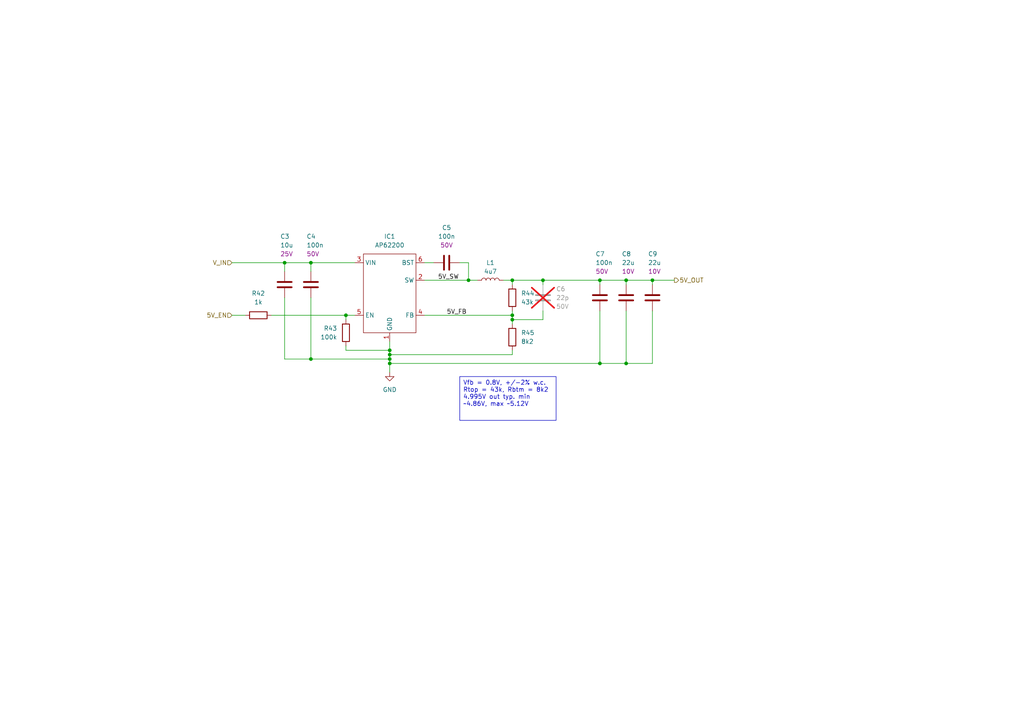
<source format=kicad_sch>
(kicad_sch (version 20250114) (generator "eeschema") (generator_version "9.0")
  (paper "A4")
  (title_block (title "Main architecture") (date "2025-09-19") (rev "0.1.2") (company "Alex Miller & Martin Roger") (comment 1 "https://github.com/martinroger/VXDash") (comment 2 "https://cadlab.io/projects/vxdash"))
  (lib_symbols
    (symbol "VXDash_passives:Cap_MLCC" (pin_numbers (hide yes)) (pin_names (offset 0.254))
      (property "Reference" "C" (at 2.54 2.54 0))
      (property "Value" "Cap_MLCC" (at 2.54 0 0))
      (property "Voltage" "50V" (at 2.54 -2.54 0))
      (symbol "Cap_MLCC_0_1"
        (polyline (pts (xy -2.032 0.762) (xy 2.032 0.762)) (stroke (width 0.508)))
        (polyline (pts (xy -2.032 -0.762) (xy 2.032 -0.762)) (stroke (width 0.508)))
      )
      (symbol "Cap_MLCC_1_1"
        (pin passive line (at 0 3.81 270) (length 2.794) (name "~") (number "1"))
        (pin passive line (at 0 -3.81 90) (length 2.794) (name "~") (number "2"))
      )
    )
    (symbol "VXDash_passives:Ind" (pin_numbers (hide yes)) (pin_names (offset 1.016) (hide yes))
      (property "Reference" "L" (at -2.54 5.08 0))
      (property "Value" "Ind" (at -2.54 2.54 0))
      (symbol "Ind_0_1"
        (arc (start -2.54 0) (mid -1.905 0.6323) (end -1.27 0))
        (arc (start -1.27 0) (mid -0.635 0.6323) (end 0 0))
        (arc (start 0 0) (mid 0.635 0.6323) (end 1.27 0))
        (arc (start 1.27 0) (mid 1.905 0.6323) (end 2.54 0))
      )
      (symbol "Ind_1_1"
        (pin passive line (at -3.81 0 0) (length 1.27) (name "1") (number "1"))
        (pin passive line (at 3.81 0 180) (length 1.27) (name "2") (number "2"))
      )
    )
    (symbol "VXDash_passives:Res" (pin_numbers (hide yes)) (pin_names (offset 0))
      (property "Reference" "R" (at 1.27 1.27 0))
      (property "Value" "Res" (at 1.27 -1.27 0))
      (symbol "Res_0_1"
        (rectangle (start -1.016 -2.54) (end 1.016 2.54) (stroke (width 0.254)))
      )
      (symbol "Res_1_1"
        (pin passive line (at 0 3.81 270) (length 1.27) (name "~") (number "1"))
        (pin passive line (at 0 -3.81 90) (length 1.27) (name "~") (number "2"))
      )
    )
    (symbol "VXDash_regulators:AP62200"
      (property "Reference" "IC" (at 0 3.81 0))
      (property "Value" "AP62200" (at 0 1.27 0))
      (symbol "AP62200_0_0"
        (pin power_in line (at -10.16 -2.54 0) (length 2.54) (name "VIN") (number "3"))
        (pin input line (at -10.16 -17.78 0) (length 2.54) (name "EN") (number "5"))
        (pin power_in line (at 0 -25.4 90) (length 2.54) (name "GND") (number "1"))
        (pin input line (at 10.16 -2.54 180) (length 2.54) (name "BST") (number "6"))
        (pin output line (at 10.16 -7.62 180) (length 2.54) (name "SW") (number "2"))
        (pin input line (at 10.16 -17.78 180) (length 2.54) (name "FB") (number "4"))
      )
      (symbol "AP62200_0_1"
        (rectangle (start -7.62 0) (end 7.62 -22.86))
      )
    )
    (symbol "power:GND" (power) (pin_numbers (hide yes)) (pin_names (offset 0) (hide yes))
      (property "Value" "GND" (at 0 -3.81 0))
      (symbol "GND_0_1"
        (polyline (pts (xy 0 0) (xy 0 -1.27) (xy 1.27 -1.27) (xy 0 -2.54) (xy -1.27 -1.27) (xy 0 -1.27)))
      )
      (symbol "GND_1_1"
        (pin power_in line (at 0 0 270) (length 0) (name "~") (number "1"))
      )
    )
  )
  (text_box "Vfb = 0.8V, +/-2% w.c.\nRtop = 43k, Rbtm = 8k2\n4.995V out typ. min ~4.86V, max ~5.12V" (at 133.35 109.22 0) (size 27.94 12.7) (margins 0.9525 0.9525 0.9525 0.9525) (effects (font (size 1.27 1.27)) (justify left top)))
  (junction (at 90.17 76.2))
  (junction (at 113.03 104.14))
  (junction (at 148.59 91.44))
  (junction (at 181.61 105.41))
  (junction (at 135.89 81.28))
  (junction (at 181.61 81.28))
  (junction (at 173.99 81.28))
  (junction (at 100.33 91.44))
  (junction (at 157.48 81.28))
  (junction (at 148.59 81.28))
  (junction (at 189.23 81.28))
  (junction (at 113.03 102.87))
  (junction (at 113.03 101.6))
  (junction (at 90.17 104.14))
  (junction (at 113.03 105.41))
  (junction (at 148.59 92.71))
  (junction (at 82.55 76.2))
  (junction (at 173.99 105.41))
  (wire (pts (xy 82.55 104.14) (xy 90.17 104.14)))
  (wire (pts (xy 135.89 76.2) (xy 133.35 76.2)))
  (wire (pts (xy 67.31 91.44) (xy 71.12 91.44)))
  (wire (pts (xy 157.48 82.55) (xy 157.48 81.28)))
  (wire (pts (xy 113.03 102.87) (xy 113.03 104.14)))
  (wire (pts (xy 123.19 81.28) (xy 135.89 81.28)))
  (wire (pts (xy 148.59 92.71) (xy 148.59 93.98)))
  (wire (pts (xy 181.61 105.41) (xy 173.99 105.41)))
  (wire (pts (xy 90.17 76.2) (xy 102.87 76.2)))
  (wire (pts (xy 113.03 101.6) (xy 113.03 102.87)))
  (wire (pts (xy 173.99 90.17) (xy 173.99 105.41)))
  (wire (pts (xy 148.59 81.28) (xy 148.59 82.55)))
  (wire (pts (xy 78.74 91.44) (xy 100.33 91.44)))
  (wire (pts (xy 113.03 104.14) (xy 113.03 105.41)))
  (wire (pts (xy 100.33 101.6) (xy 113.03 101.6)))
  (wire (pts (xy 82.55 76.2) (xy 82.55 78.74)))
  (wire (pts (xy 90.17 76.2) (xy 90.17 78.74)))
  (wire (pts (xy 123.19 76.2) (xy 125.73 76.2)))
  (wire (pts (xy 90.17 86.36) (xy 90.17 104.14)))
  (wire (pts (xy 146.05 81.28) (xy 148.59 81.28)))
  (wire (pts (xy 148.59 102.87) (xy 113.03 102.87)))
  (wire (pts (xy 173.99 105.41) (xy 113.03 105.41)))
  (wire (pts (xy 67.31 76.2) (xy 82.55 76.2)))
  (wire (pts (xy 173.99 81.28) (xy 181.61 81.28)))
  (wire (pts (xy 135.89 81.28) (xy 138.43 81.28)))
  (wire (pts (xy 82.55 76.2) (xy 90.17 76.2)))
  (wire (pts (xy 148.59 91.44) (xy 148.59 92.71)))
  (wire (pts (xy 100.33 91.44) (xy 100.33 92.71)))
  (wire (pts (xy 90.17 104.14) (xy 113.03 104.14)))
  (wire (pts (xy 181.61 81.28) (xy 189.23 81.28)))
  (wire (pts (xy 189.23 105.41) (xy 181.61 105.41)))
  (wire (pts (xy 100.33 100.33) (xy 100.33 101.6)))
  (wire (pts (xy 148.59 101.6) (xy 148.59 102.87)))
  (wire (pts (xy 148.59 81.28) (xy 157.48 81.28)))
  (wire (pts (xy 100.33 91.44) (xy 102.87 91.44)))
  (wire (pts (xy 113.03 105.41) (xy 113.03 107.95)))
  (wire (pts (xy 148.59 90.17) (xy 148.59 91.44)))
  (wire (pts (xy 189.23 81.28) (xy 195.58 81.28)))
  (wire (pts (xy 181.61 81.28) (xy 181.61 82.55)))
  (wire (pts (xy 113.03 99.06) (xy 113.03 101.6)))
  (wire (pts (xy 82.55 86.36) (xy 82.55 104.14)))
  (wire (pts (xy 173.99 81.28) (xy 173.99 82.55)))
  (wire (pts (xy 189.23 90.17) (xy 189.23 105.41)))
  (wire (pts (xy 157.48 92.71) (xy 157.48 90.17)))
  (wire (pts (xy 157.48 81.28) (xy 173.99 81.28)))
  (wire (pts (xy 148.59 92.71) (xy 157.48 92.71)))
  (wire (pts (xy 181.61 90.17) (xy 181.61 105.41)))
  (wire (pts (xy 189.23 81.28) (xy 189.23 82.55)))
  (wire (pts (xy 148.59 91.44) (xy 123.19 91.44)))
  (wire (pts (xy 135.89 81.28) (xy 135.89 76.2)))
  (label "5V_SW" (at 127 81.28 0))
  (label "5V_FB" (at 129.54 91.44 0))
  (hierarchical_label "V_IN" (shape input) (at 67.31 76.2 180))
  (hierarchical_label "5V_OUT" (shape output) (at 195.58 81.28 0))
  (hierarchical_label "5V_EN" (shape input) (at 67.31 91.44 180))
  (symbol (lib_id "power:GND") (at 113.03 107.95 0) (unit 1)
    (property "Reference" "#PWR019" (effects (hide yes)))
    (property "Value" "GND" (at 113.03 113.03 0))
    (property "Description" "Power symbol creates a global label with name \"GND\" , ground" (effects (hide yes)))
  )
  (symbol (lib_id "VXDash_passives:Cap_MLCC") (at 157.48 86.36 0) (unit 1) (dnp yes)
    (property "Reference" "C6" (at 161.29 83.8199 0) (effects (justify left)))
    (property "Value" "22p" (at 161.29 86.3599 0) (effects (justify left)))
    (property "Footprint" "Capacitor_SMD:C_0603_1608Metric_Pad1.08x0.95mm_HandSolder" (effects (hide yes)))
    (property "Description" "CAP CER 22PF 50V X7R 0603" (effects (hide yes)))
    (property "Voltage" "50V" (at 161.29 88.8999 0) (effects (justify left)))
    (property "Tol" "10%" (effects (hide yes)))
    (property "Dielectric" "C0G/NP0" (effects (hide yes)))
    (property "MFT" "Kyocera AVX" (effects (hide yes)))
    (property "MFT_PN" "06035C220JAT2A" (effects (hide yes)))
    (property "LCSC" "C597198" (effects (hide yes)))
    (property "LCSC alt" "C561821" (effects (hide yes)))
  )
  (symbol (lib_id "VXDash_passives:Cap_MLCC") (at 90.17 82.55 0) (mirror x) (unit 1)
    (property "Reference" "C4" (at 88.9 68.58 0) (effects (justify left)))
    (property "Value" "100n" (at 88.9 71.12 0) (effects (justify left)))
    (property "Footprint" "Capacitor_SMD:C_0603_1608Metric_Pad1.08x0.95mm_HandSolder" (effects (hide yes)))
    (property "Description" "CAP CER 0.1UF 50V X7R 0603" (effects (hide yes)))
    (property "MFT" "Samsung Electro-Mechanics" (effects (hide yes)))
    (property "MFT_PN" "CL10B104KB8NNNC" (effects (hide yes)))
    (property "Dielectric" "X7R" (effects (hide yes)))
    (property "Tol" "10%" (effects (hide yes)))
    (property "Voltage" "50V" (at 88.9 73.66 0) (effects (justify left)))
    (property "LCSC" "C1591" (effects (hide yes)))
    (property "LCSC alt" "C14663" (effects (hide yes)))
  )
  (symbol (lib_id "VXDash_passives:Cap_MLCC") (at 189.23 86.36 0) (unit 1)
    (property "Reference" "C9" (at 187.96 73.66 0) (effects (justify left)))
    (property "Value" "22u" (at 187.96 76.2 0) (effects (justify left)))
    (property "Footprint" "Capacitor_SMD:C_1206_3216Metric_Pad1.33x1.80mm_HandSolder" (effects (hide yes)))
    (property "Description" "CAP CER 22UF 10V X7R 1206" (effects (hide yes)))
    (property "Voltage" "10V" (at 187.96 78.74 0) (effects (justify left)))
    (property "Tol" "20%" (effects (hide yes)))
    (property "Dielectric" "X7R" (effects (hide yes)))
    (property "MFT" "Samsung Electro-Mechanics" (effects (hide yes)))
    (property "MFT_PN" "CL31B226KPHNNNE" (effects (hide yes)))
    (property "LCSC" "C87996" (effects (hide yes)))
    (property "LCSC alt" "C87996" (effects (hide yes)))
  )
  (symbol (lib_id "VXDash_passives:Cap_MLCC") (at 181.61 86.36 0) (unit 1)
    (property "Reference" "C8" (at 180.34 73.66 0) (effects (justify left)))
    (property "Value" "22u" (at 180.34 76.2 0) (effects (justify left)))
    (property "Footprint" "Capacitor_SMD:C_1206_3216Metric_Pad1.33x1.80mm_HandSolder" (effects (hide yes)))
    (property "Description" "CAP CER 22UF 10V X7R 1206" (effects (hide yes)))
    (property "Voltage" "10V" (at 180.34 78.74 0) (effects (justify left)))
    (property "Tol" "20%" (effects (hide yes)))
    (property "Dielectric" "X7R" (effects (hide yes)))
    (property "MFT" "Samsung Electro-Mechanics" (effects (hide yes)))
    (property "MFT_PN" "CL31B226KPHNNNE" (effects (hide yes)))
    (property "LCSC" "C87996" (effects (hide yes)))
    (property "LCSC alt" "C87996" (effects (hide yes)))
  )
  (symbol (lib_id "VXDash_regulators:AP62200") (at 113.03 73.66 0) (unit 1)
    (property "Reference" "IC1" (at 113.03 68.58 0))
    (property "Value" "AP62200" (at 113.03 71.12 0))
    (property "Footprint" "Package_TO_SOT_SMD:TSOT-23-6_HandSoldering" (effects (hide yes)))
    (property "Datasheet" "https://www.diodes.com/assets/Datasheets/AP62200_AP62201_AP62200T.pdf" (effects (hide yes)))
    (property "Description" "4.2V to 18V input, 2A low Iq Sync" (effects (hide yes)))
    (property "MFT" "Diodes Inc" (effects (hide yes)))
    (property "MFT_PN" "AP62200WU-7" (effects (hide yes)))
    (property "LCSC" "C1323282" (effects (hide yes)))
    (property "LCSC alt" "C1323282" (effects (hide yes)))
  )
  (symbol (lib_id "VXDash_passives:Res") (at 74.93 91.44 90) (mirror x) (unit 1)
    (property "Reference" "R42" (at 74.93 85.09 90))
    (property "Value" "1k" (at 74.93 87.63 90))
    (property "Footprint" "Resistor_SMD:R_0603_1608Metric_Pad0.98x0.95mm_HandSolder" (effects (hide yes)))
    (property "Description" "RES 1K OHM 1% 1/10W 0603" (effects (hide yes)))
    (property "Tol" "1%" (effects (hide yes)))
    (property "Power" "100mW" (effects (hide yes)))
    (property "MFT" "Yageo" (effects (hide yes)))
    (property "MFT_PN" "RC0603FR-071KL" (effects (hide yes)))
    (property "LCSC" "C22548" (effects (hide yes)))
    (property "LCSC alt" "C22548" (effects (hide yes)))
  )
  (symbol (lib_id "VXDash_passives:Ind") (at 142.24 81.28 0) (unit 1)
    (property "Reference" "L1" (at 142.24 76.2 0))
    (property "Value" "4u7" (at 142.24 78.74 0))
    (property "Footprint" "VXDash_inductors:Ind_5050" (effects (hide yes)))
    (property "Datasheet" "https://www.mouser.co.uk/datasheet/2/447/datasheet_bwvs_1722185903-3105860.pdf" (effects (hide yes)))
    (property "Description" "FIXED IND 4.7UH 3.2A 32 MOHM SMD" (effects (hide yes)))
    (property "MFT" "Pulse Electronics" (effects (hide yes)))
    (property "MFT_PN" "BWVS005050404R7M00" (effects (hide yes)))
    (property "Irated" "3.2A" (effects (hide yes)))
    (property "Isat" "4.2A" (effects (hide yes)))
    (property "DCR" "32mOhm" (effects (hide yes)))
    (property "Tol" "20%" (effects (hide yes)))
    (property "LCSC" "C2838218" (effects (hide yes)))
    (property "LCSC alt" "C2838218" (effects (hide yes)))
  )
  (symbol (lib_id "VXDash_passives:Cap_MLCC") (at 129.54 76.2 270) (mirror x) (unit 1)
    (property "Reference" "C5" (at 129.54 66.04 90))
    (property "Value" "100n" (at 129.54 68.58 90))
    (property "Footprint" "Capacitor_SMD:C_0603_1608Metric_Pad1.08x0.95mm_HandSolder" (effects (hide yes)))
    (property "Description" "CAP CER 0.1UF 50V X7R 0603" (effects (hide yes)))
    (property "MFT" "Samsung Electro-Mechanics" (effects (hide yes)))
    (property "MFT_PN" "CL10B104KB8NNNC" (effects (hide yes)))
    (property "Dielectric" "X7R" (effects (hide yes)))
    (property "Tol" "10%" (effects (hide yes)))
    (property "Voltage" "50V" (at 129.54 71.12 90))
    (property "LCSC" "C1591" (effects (hide yes)))
    (property "LCSC alt" "C14663" (effects (hide yes)))
  )
  (symbol (lib_id "VXDash_passives:Cap_MLCC") (at 173.99 86.36 0) (mirror x) (unit 1)
    (property "Reference" "C7" (at 172.72 73.66 0) (effects (justify left)))
    (property "Value" "100n" (at 172.72 76.2 0) (effects (justify left)))
    (property "Footprint" "Capacitor_SMD:C_0603_1608Metric_Pad1.08x0.95mm_HandSolder" (effects (hide yes)))
    (property "Description" "CAP CER 0.1UF 50V X7R 0603" (effects (hide yes)))
    (property "MFT" "Samsung Electro-Mechanics" (effects (hide yes)))
    (property "MFT_PN" "CL10B104KB8NNNC" (effects (hide yes)))
    (property "Dielectric" "X7R" (effects (hide yes)))
    (property "Tol" "10%" (effects (hide yes)))
    (property "Voltage" "50V" (at 172.72 78.74 0) (effects (justify left)))
    (property "LCSC" "C1591" (effects (hide yes)))
    (property "LCSC alt" "C14663" (effects (hide yes)))
  )
  (symbol (lib_id "VXDash_passives:Res") (at 148.59 97.79 0) (unit 1)
    (property "Reference" "R45" (at 151.13 96.5199 0) (effects (justify left)))
    (property "Value" "8k2" (at 151.13 99.0599 0) (effects (justify left)))
    (property "Footprint" "Resistor_SMD:R_0603_1608Metric_Pad0.98x0.95mm_HandSolder" (effects (hide yes)))
    (property "Description" "RES 8.2K OHM 1% 1/10W 0603" (effects (hide yes)))
    (property "Tol" "1%" (effects (hide yes)))
    (property "Power" "100mW" (effects (hide yes)))
    (property "MFT" "Yageo" (effects (hide yes)))
    (property "MFT_PN" "RC0603FR-078K2L" (effects (hide yes)))
    (property "LCSC" "C114637" (effects (hide yes)))
    (property "LCSC alt" "C114637" (effects (hide yes)))
  )
  (symbol (lib_id "VXDash_passives:Cap_MLCC") (at 82.55 82.55 0) (mirror x) (unit 1)
    (property "Reference" "C3" (at 81.28 68.58 0) (effects (justify left)))
    (property "Value" "10u" (at 81.28 71.12 0) (effects (justify left)))
    (property "Footprint" "Capacitor_SMD:C_1206_3216Metric_Pad1.33x1.80mm_HandSolder" (effects (hide yes)))
    (property "Description" "CAP CER 10UF 25V X7R 1206" (effects (hide yes)))
    (property "MFT" "Samsung Electro-Mechanics" (effects (hide yes)))
    (property "MFT_PN" "CL31B106KAHNNNE" (effects (hide yes)))
    (property "Dielectric" "X7R" (effects (hide yes)))
    (property "Tol" "10%" (effects (hide yes)))
    (property "Voltage" "25V" (at 81.28 73.66 0) (effects (justify left)))
    (property "LCSC" "C14860" (effects (hide yes)))
    (property "LCSC alt" "C14860" (effects (hide yes)))
  )
  (symbol (lib_id "VXDash_passives:Res") (at 100.33 96.52 0) (mirror y) (unit 1)
    (property "Reference" "R43" (at 97.79 95.2499 0) (effects (justify left)))
    (property "Value" "100k" (at 97.79 97.7899 0) (effects (justify left)))
    (property "Footprint" "Resistor_SMD:R_0603_1608Metric_Pad0.98x0.95mm_HandSolder" (effects (hide yes)))
    (property "Description" "RES 100K OHM 1% 1/10W 0603" (effects (hide yes)))
    (property "Tol" "1%" (effects (hide yes)))
    (property "Power" "100mW" (effects (hide yes)))
    (property "MFT" "StackPole Electronics" (effects (hide yes)))
    (property "MFT_PN" "RMCF0603FT100K" (effects (hide yes)))
    (property "LCSC" "C237792" (effects (hide yes)))
    (property "LCSC alt" "C14675" (effects (hide yes)))
  )
  (symbol (lib_id "VXDash_passives:Res") (at 148.59 86.36 0) (unit 1)
    (property "Reference" "R44" (at 151.13 85.0899 0) (effects (justify left)))
    (property "Value" "43k" (at 151.13 87.6299 0) (effects (justify left)))
    (property "Footprint" "Resistor_SMD:R_0603_1608Metric_Pad0.98x0.95mm_HandSolder" (effects (hide yes)))
    (property "Description" "RES 43K OHM 1% 1/10W 0603" (effects (hide yes)))
    (property "Tol" "1%" (effects (hide yes)))
    (property "Power" "100mW" (effects (hide yes)))
    (property "MFT" "Yageo" (effects (hide yes)))
    (property "MFT_PN" "RC0603FR-0743KL" (effects (hide yes)))
    (property "LCSC" "C137719" (effects (hide yes)))
    (property "LCSC alt" "C137719" (effects (hide yes)))
  )
)
</source>
